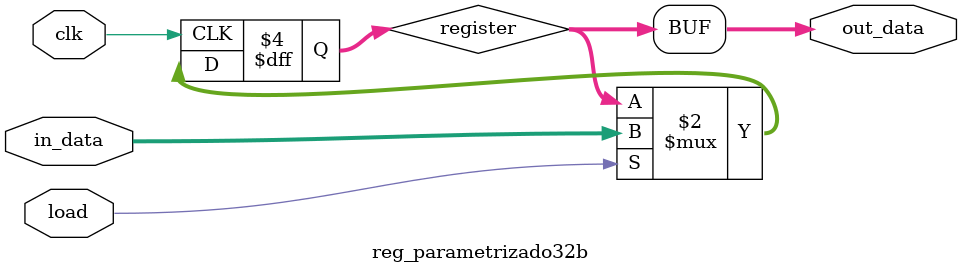
<source format=v>

module reg_parametrizado32b(
  clk, // sinal de clock
  load, // sinal de carga
  in_data, // entrada de dados
  out_data // saída de dados
);
  parameter BITS = 32; // número de bits do registrador

  input clk, load;
  input [BITS-1:0] in_data;
  output [BITS-1:0] out_data;

   // número de bits do registrador

  reg [BITS-1:0] register; // registrador

  assign out_data = register; // saída dos dados registrados

  always @(posedge clk) begin
    if (load) // carga habilitada
      register <= in_data; // atualiza o valor do registrador
  end

endmodule

</source>
